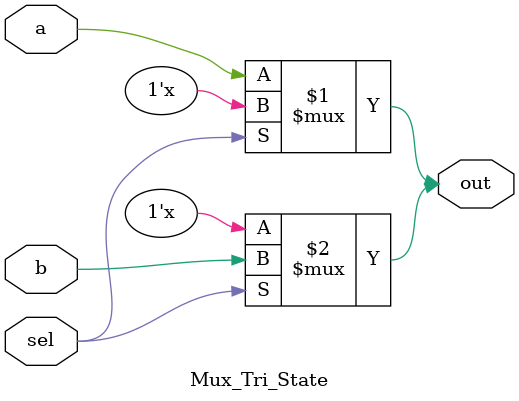
<source format=v>
module Mux_Tri_State(
		input a , b , sel,
		output out
	);

	bufif0 BUF1(out , a , sel);
	bufif1 BUF2(out , b , sel);
endmodule

	

</source>
